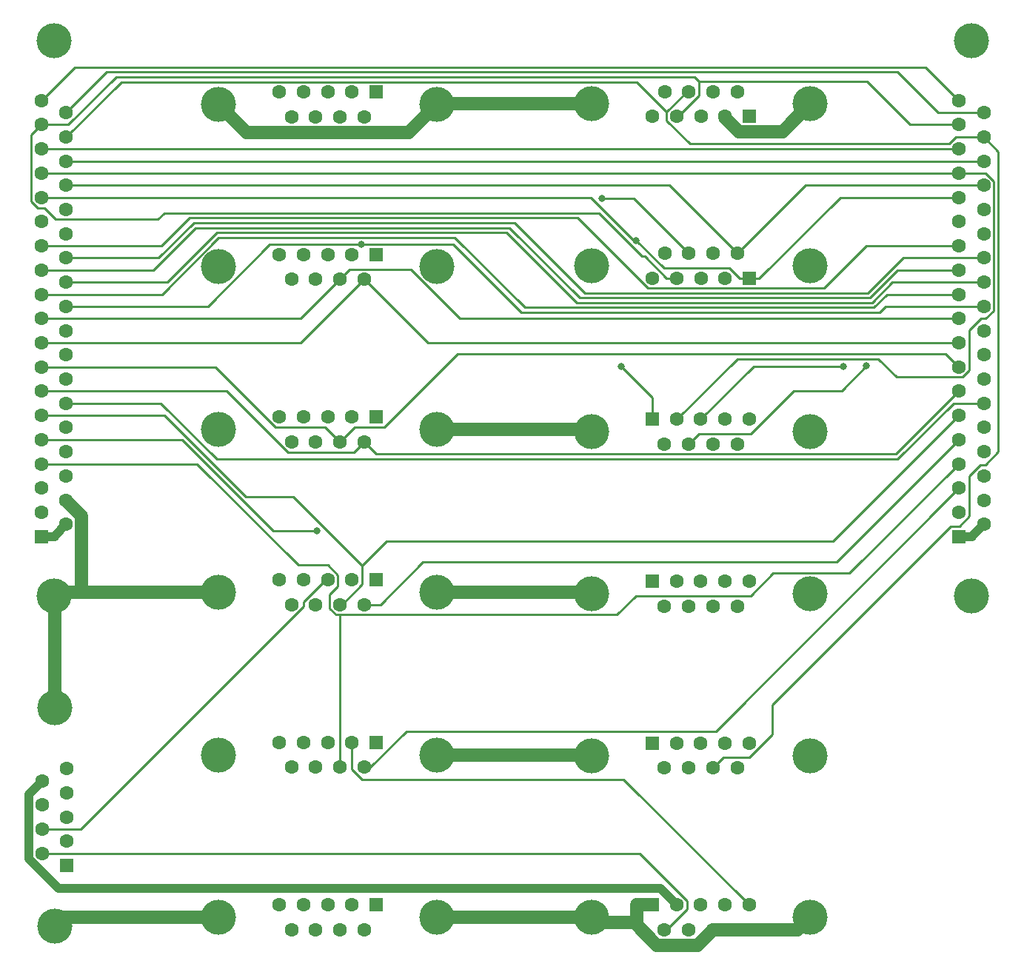
<source format=gbr>
%TF.GenerationSoftware,KiCad,Pcbnew,7.0.9*%
%TF.CreationDate,2023-12-27T22:33:40-08:00*%
%TF.ProjectId,Interconnect Board,496e7465-7263-46f6-9e6e-65637420426f,v1.1*%
%TF.SameCoordinates,Original*%
%TF.FileFunction,Copper,L1,Top*%
%TF.FilePolarity,Positive*%
%FSLAX46Y46*%
G04 Gerber Fmt 4.6, Leading zero omitted, Abs format (unit mm)*
G04 Created by KiCad (PCBNEW 7.0.9) date 2023-12-27 22:33:40*
%MOMM*%
%LPD*%
G01*
G04 APERTURE LIST*
%TA.AperFunction,ComponentPad*%
%ADD10C,4.000000*%
%TD*%
%TA.AperFunction,ComponentPad*%
%ADD11R,1.600000X1.600000*%
%TD*%
%TA.AperFunction,ComponentPad*%
%ADD12C,1.600000*%
%TD*%
%TA.AperFunction,ViaPad*%
%ADD13C,0.800000*%
%TD*%
%TA.AperFunction,Conductor*%
%ADD14C,0.250000*%
%TD*%
%TA.AperFunction,Conductor*%
%ADD15C,1.000000*%
%TD*%
%TA.AperFunction,Conductor*%
%ADD16C,1.500000*%
%TD*%
G04 APERTURE END LIST*
D10*
%TO.P,SkyView_1,0,PAD*%
%TO.N,GND*%
X174574100Y-69664800D03*
X199574100Y-69664800D03*
D11*
%TO.P,SkyView_1,1,1*%
%TO.N,/SV_Data_1A*%
X181534100Y-68244800D03*
D12*
%TO.P,SkyView_1,2,2*%
%TO.N,/SV_GND_1*%
X184304100Y-68244800D03*
%TO.P,SkyView_1,3,3*%
%TO.N,/SV_GND_2*%
X187074100Y-68244800D03*
%TO.P,SkyView_1,4,4*%
%TO.N,/SV_Data_2B*%
X189844100Y-68244800D03*
%TO.P,SkyView_1,5,5*%
%TO.N,/SV_EMS_Aux*%
X192614100Y-68244800D03*
%TO.P,SkyView_1,6,6*%
%TO.N,/SV_Data_1B*%
X182919100Y-71084800D03*
%TO.P,SkyView_1,7,7*%
%TO.N,/SV_Power_1*%
X185689100Y-71084800D03*
%TO.P,SkyView_1,8,8*%
%TO.N,/SV_Data_2A*%
X188459100Y-71084800D03*
%TO.P,SkyView_1,9,9*%
%TO.N,/SV_Power_2*%
X191229100Y-71084800D03*
%TD*%
D10*
%TO.P,Ident_&_Dimmer_Input_1,0,PAD*%
%TO.N,GND*%
X113170100Y-101237100D03*
X113170100Y-126237100D03*
D11*
%TO.P,Ident_&_Dimmer_Input_1,1,1*%
X114590100Y-119277100D03*
D12*
%TO.P,Ident_&_Dimmer_Input_1,2,2*%
%TO.N,/dimmer_output_signal*%
X114590100Y-116507100D03*
%TO.P,Ident_&_Dimmer_Input_1,3,3*%
%TO.N,unconnected-(Ident_&_Dimmer_Input_1-Pad3)*%
X114590100Y-113737100D03*
%TO.P,Ident_&_Dimmer_Input_1,4,4*%
%TO.N,/Dimmer_Signal_Input*%
X114590100Y-110967100D03*
%TO.P,Ident_&_Dimmer_Input_1,5,5*%
%TO.N,GND*%
X114590100Y-108197100D03*
%TO.P,Ident_&_Dimmer_Input_1,6,6*%
%TO.N,/XPNDR_&_IDENT_12V*%
X111750100Y-117892100D03*
%TO.P,Ident_&_Dimmer_Input_1,7,7*%
%TO.N,/Ident_SW_Input*%
X111750100Y-115122100D03*
%TO.P,Ident_&_Dimmer_Input_1,8,8*%
%TO.N,unconnected-(Ident_&_Dimmer_Input_1-Pad8)*%
X111750100Y-112352100D03*
%TO.P,Ident_&_Dimmer_Input_1,9,9*%
%TO.N,/PFD_&_Dim_12V*%
X111750100Y-109582100D03*
%TD*%
D10*
%TO.P,GPS_Serial_5,0,PAD*%
%TO.N,GND*%
X131922100Y-32212700D03*
X156922100Y-32212700D03*
D11*
%TO.P,GPS_Serial_5,1,1*%
%TO.N,/GPS_GND*%
X149962100Y-30792700D03*
D12*
%TO.P,GPS_Serial_5,2,2*%
%TO.N,/GPS_Power*%
X147192100Y-30792700D03*
%TO.P,GPS_Serial_5,3,3*%
%TO.N,unconnected-(GPS_Serial_5-Pad3)*%
X144422100Y-30792700D03*
%TO.P,GPS_Serial_5,4,4*%
%TO.N,unconnected-(GPS_Serial_5-Pad4)*%
X141652100Y-30792700D03*
%TO.P,GPS_Serial_5,5,5*%
%TO.N,unconnected-(GPS_Serial_5-Pad5)*%
X138882100Y-30792700D03*
%TO.P,GPS_Serial_5,6,6*%
%TO.N,/GPS_Serial_5_Rx*%
X148577100Y-33632700D03*
%TO.P,GPS_Serial_5,7,7*%
%TO.N,/GPS_Serial_5_Tx*%
X145807100Y-33632700D03*
%TO.P,GPS_Serial_5,8,8*%
%TO.N,unconnected-(GPS_Serial_5-Pad8)*%
X143037100Y-33632700D03*
%TO.P,GPS_Serial_5,9,9*%
%TO.N,unconnected-(GPS_Serial_5-Pad9)*%
X140267100Y-33632700D03*
%TD*%
D10*
%TO.P,XPNDR_Serial_2,0,PAD*%
%TO.N,GND*%
X131922100Y-88012700D03*
X156922100Y-88012700D03*
D11*
%TO.P,XPNDR_Serial_2,1,1*%
X149962100Y-86592700D03*
D12*
%TO.P,XPNDR_Serial_2,2,2*%
%TO.N,/XPNDR_&_IDENT_12V*%
X147192100Y-86592700D03*
%TO.P,XPNDR_Serial_2,3,3*%
%TO.N,/Ident_SW_Input*%
X144422100Y-86592700D03*
%TO.P,XPNDR_Serial_2,4,4*%
%TO.N,unconnected-(XPNDR_Serial_2-Pad4)*%
X141652100Y-86592700D03*
%TO.P,XPNDR_Serial_2,5,5*%
%TO.N,unconnected-(XPNDR_Serial_2-Pad5)*%
X138882100Y-86592700D03*
%TO.P,XPNDR_Serial_2,6,6*%
%TO.N,/XPNDR_Serial_2_Rx*%
X148577100Y-89432700D03*
%TO.P,XPNDR_Serial_2,7,7*%
%TO.N,/XPNDR_Serial_2_Tx*%
X145807100Y-89432700D03*
%TO.P,XPNDR_Serial_2,8,8*%
%TO.N,unconnected-(XPNDR_Serial_2-Pad8)*%
X143037100Y-89432700D03*
%TO.P,XPNDR_Serial_2,9,9*%
%TO.N,unconnected-(XPNDR_Serial_2-Pad9)*%
X140267100Y-89432700D03*
%TD*%
D10*
%TO.P,VPX_Serial_3,0,PAD*%
%TO.N,GND*%
X131922100Y-69412700D03*
X156922100Y-69412700D03*
D11*
%TO.P,VPX_Serial_3,1,1*%
X149962100Y-67992700D03*
D12*
%TO.P,VPX_Serial_3,2,2*%
%TO.N,unconnected-(VPX_Serial_3-Pad2)*%
X147192100Y-67992700D03*
%TO.P,VPX_Serial_3,3,3*%
%TO.N,unconnected-(VPX_Serial_3-Pad3)*%
X144422100Y-67992700D03*
%TO.P,VPX_Serial_3,4,4*%
%TO.N,unconnected-(VPX_Serial_3-Pad4)*%
X141652100Y-67992700D03*
%TO.P,VPX_Serial_3,5,5*%
%TO.N,unconnected-(VPX_Serial_3-Pad5)*%
X138882100Y-67992700D03*
%TO.P,VPX_Serial_3,6,6*%
%TO.N,/VPX_Serial_3_Rx*%
X148577100Y-70832700D03*
%TO.P,VPX_Serial_3,7,7*%
%TO.N,/VPX_Serial_3_Tx*%
X145807100Y-70832700D03*
%TO.P,VPX_Serial_3,8,8*%
%TO.N,unconnected-(VPX_Serial_3-Pad8)*%
X143037100Y-70832700D03*
%TO.P,VPX_Serial_3,9,9*%
%TO.N,unconnected-(VPX_Serial_3-Pad9)*%
X140267100Y-70832700D03*
%TD*%
D10*
%TO.P,AP_Roll_SV_Net_2,0,PAD*%
%TO.N,GND*%
X199594100Y-50689500D03*
X174594100Y-50689500D03*
D11*
%TO.P,AP_Roll_SV_Net_2,1,1*%
%TO.N,/SV_Data_1A*%
X192634100Y-52109500D03*
D12*
%TO.P,AP_Roll_SV_Net_2,2,2*%
%TO.N,GND*%
X189864100Y-52109500D03*
%TO.P,AP_Roll_SV_Net_2,3,3*%
%TO.N,unconnected-(AP_Roll_SV_Net_2-Pad3)*%
X187094100Y-52109500D03*
%TO.P,AP_Roll_SV_Net_2,4,4*%
%TO.N,/SV_Data_2B*%
X184324100Y-52109500D03*
%TO.P,AP_Roll_SV_Net_2,5,5*%
%TO.N,unconnected-(AP_Roll_SV_Net_2-Pad5)*%
X181554100Y-52109500D03*
%TO.P,AP_Roll_SV_Net_2,6,6*%
%TO.N,/SV_Data_1B*%
X191249100Y-49269500D03*
%TO.P,AP_Roll_SV_Net_2,7,7*%
%TO.N,/SV-Net_AP_12V*%
X188479100Y-49269500D03*
%TO.P,AP_Roll_SV_Net_2,8,8*%
%TO.N,/SV_Data_2A*%
X185709100Y-49269500D03*
%TO.P,AP_Roll_SV_Net_2,9,9*%
%TO.N,unconnected-(AP_Roll_SV_Net_2-Pad9)*%
X182939100Y-49269500D03*
%TD*%
D10*
%TO.P,Dimmer_&_Audio_Output_1,0,PAD*%
%TO.N,GND*%
X131922100Y-125212800D03*
X156922100Y-125212800D03*
D11*
%TO.P,Dimmer_&_Audio_Output_1,1,1*%
%TO.N,unconnected-(Dimmer_&_Audio_Output_1-Pad1)*%
X149962100Y-123792800D03*
D12*
%TO.P,Dimmer_&_Audio_Output_1,2,2*%
%TO.N,unconnected-(Dimmer_&_Audio_Output_1-Pad2)*%
X147192100Y-123792800D03*
%TO.P,Dimmer_&_Audio_Output_1,3,3*%
%TO.N,/dimmer_output_signal*%
X144422100Y-123792800D03*
%TO.P,Dimmer_&_Audio_Output_1,4,4*%
%TO.N,/R_Audio_Out_1*%
X141652100Y-123792800D03*
%TO.P,Dimmer_&_Audio_Output_1,5,5*%
%TO.N,/L_Audio_Out_1*%
X138882100Y-123792800D03*
%TO.P,Dimmer_&_Audio_Output_1,6,6*%
%TO.N,unconnected-(Dimmer_&_Audio_Output_1-Pad6)*%
X148577100Y-126632800D03*
%TO.P,Dimmer_&_Audio_Output_1,7,7*%
%TO.N,/dimmer_output_signal*%
X145807100Y-126632800D03*
%TO.P,Dimmer_&_Audio_Output_1,8,8*%
X143037100Y-126632800D03*
%TO.P,Dimmer_&_Audio_Output_1,9,9*%
%TO.N,/Audio_Out_GND*%
X140267100Y-126632800D03*
%TD*%
D10*
%TO.P,ELT_Serial_4,0,PAD*%
%TO.N,GND*%
X131922100Y-50812700D03*
X156922100Y-50812700D03*
D11*
%TO.P,ELT_Serial_4,1,1*%
X149962100Y-49392700D03*
D12*
%TO.P,ELT_Serial_4,2,2*%
%TO.N,/ELT_12V*%
X147192100Y-49392700D03*
%TO.P,ELT_Serial_4,3,3*%
%TO.N,unconnected-(ELT_Serial_4-Pad3)*%
X144422100Y-49392700D03*
%TO.P,ELT_Serial_4,4,4*%
%TO.N,unconnected-(ELT_Serial_4-Pad4)*%
X141652100Y-49392700D03*
%TO.P,ELT_Serial_4,5,5*%
%TO.N,unconnected-(ELT_Serial_4-Pad5)*%
X138882100Y-49392700D03*
%TO.P,ELT_Serial_4,6,6*%
%TO.N,/ELT_Serial_4_Rx*%
X148577100Y-52232700D03*
%TO.P,ELT_Serial_4,7,7*%
%TO.N,/ELT_Serial_4_Tx*%
X145807100Y-52232700D03*
%TO.P,ELT_Serial_4,8,8*%
%TO.N,unconnected-(ELT_Serial_4-Pad8)*%
X143037100Y-52232700D03*
%TO.P,ELT_Serial_4,9,9*%
%TO.N,unconnected-(ELT_Serial_4-Pad9)*%
X140267100Y-52232700D03*
%TD*%
D10*
%TO.P,MFD_Main_2,0,PAD*%
%TO.N,GND*%
X218002000Y-88469100D03*
X218002000Y-24969100D03*
D11*
%TO.P,MFD_Main_2,1,1*%
%TO.N,/MFD_12V*%
X216582000Y-81649100D03*
D12*
%TO.P,MFD_Main_2,2,2*%
%TO.N,unconnected-(MFD_Main_2-Pad2)*%
X216582000Y-78879100D03*
%TO.P,MFD_Main_2,3,3*%
%TO.N,/ADSB_Serial_1_Rx*%
X216582000Y-76109100D03*
%TO.P,MFD_Main_2,4,4*%
%TO.N,/ADSB_Serial_1_Tx*%
X216582000Y-73339100D03*
%TO.P,MFD_Main_2,5,5*%
%TO.N,/XPNDR_Serial_2_Rx*%
X216582000Y-70569100D03*
%TO.P,MFD_Main_2,6,6*%
%TO.N,/XPNDR_Serial_2_Tx*%
X216582000Y-67799100D03*
%TO.P,MFD_Main_2,7,7*%
%TO.N,/VPX_Serial_3_Rx*%
X216582000Y-65029100D03*
%TO.P,MFD_Main_2,8,8*%
%TO.N,/VPX_Serial_3_Tx*%
X216582000Y-62259100D03*
%TO.P,MFD_Main_2,9,9*%
%TO.N,/ELT_Serial_4_Rx*%
X216582000Y-59489100D03*
%TO.P,MFD_Main_2,10,10*%
%TO.N,/ELT_Serial_4_Tx*%
X216582000Y-56719100D03*
%TO.P,MFD_Main_2,11,11*%
%TO.N,/GPS_Serial_5_Rx*%
X216582000Y-53949100D03*
%TO.P,MFD_Main_2,12,12*%
%TO.N,/GPS_Serial_5_Tx*%
X216582000Y-51179100D03*
%TO.P,MFD_Main_2,13,13*%
%TO.N,/L_Audio_Out_1*%
X216582000Y-48409100D03*
%TO.P,MFD_Main_2,14,14*%
%TO.N,unconnected-(MFD_Main_2-Pad14)*%
X216582000Y-45639100D03*
%TO.P,MFD_Main_2,15,15*%
%TO.N,/SV_Data_1A*%
X216582000Y-42869100D03*
%TO.P,MFD_Main_2,16,16*%
%TO.N,/SV_GND_1*%
X216582000Y-40099100D03*
%TO.P,MFD_Main_2,17,17*%
%TO.N,/SV_GND_2*%
X216582000Y-37329100D03*
%TO.P,MFD_Main_2,18,18*%
%TO.N,/SV_Data_2B*%
X216582000Y-34559100D03*
%TO.P,MFD_Main_2,19,19*%
%TO.N,/SV_EMS_Aux*%
X216582000Y-31789100D03*
%TO.P,MFD_Main_2,20,20*%
%TO.N,/MFD_12V*%
X219422000Y-80264100D03*
%TO.P,MFD_Main_2,21,21*%
%TO.N,GND*%
X219422000Y-77494100D03*
%TO.P,MFD_Main_2,22,22*%
X219422000Y-74724100D03*
%TO.P,MFD_Main_2,23,23*%
%TO.N,unconnected-(MFD_Main_2-Pad23)*%
X219422000Y-71954100D03*
%TO.P,MFD_Main_2,24,24*%
%TO.N,/GPS_GND*%
X219422000Y-69184100D03*
%TO.P,MFD_Main_2,25,25*%
%TO.N,/Dimmer_Signal_Input*%
X219422000Y-66414100D03*
%TO.P,MFD_Main_2,26,26*%
%TO.N,unconnected-(MFD_Main_2-Pad26)*%
X219422000Y-63644100D03*
%TO.P,MFD_Main_2,27,27*%
%TO.N,unconnected-(MFD_Main_2-Pad27)*%
X219422000Y-60874100D03*
%TO.P,MFD_Main_2,28,28*%
%TO.N,unconnected-(MFD_Main_2-Pad28)*%
X219422000Y-58104100D03*
%TO.P,MFD_Main_2,29,29*%
%TO.N,/GPS_Power*%
X219422000Y-55334100D03*
%TO.P,MFD_Main_2,30,30*%
%TO.N,/Audio_Out_GND*%
X219422000Y-52564100D03*
%TO.P,MFD_Main_2,31,31*%
%TO.N,/R_Audio_Out_1*%
X219422000Y-49794100D03*
%TO.P,MFD_Main_2,32,32*%
%TO.N,unconnected-(MFD_Main_2-Pad32)*%
X219422000Y-47024100D03*
%TO.P,MFD_Main_2,33,33*%
%TO.N,unconnected-(MFD_Main_2-Pad33)*%
X219422000Y-44254100D03*
%TO.P,MFD_Main_2,34,34*%
%TO.N,/SV_Data_1B*%
X219422000Y-41484100D03*
%TO.P,MFD_Main_2,35,35*%
%TO.N,/SV_Power_1*%
X219422000Y-38714100D03*
%TO.P,MFD_Main_2,36,36*%
%TO.N,/SV_Data_2A*%
X219422000Y-35944100D03*
%TO.P,MFD_Main_2,37,37*%
%TO.N,/SV_Power_2*%
X219422000Y-33174100D03*
%TD*%
D10*
%TO.P,SkyView_2,0,PAD*%
%TO.N,GND*%
X174574100Y-88180800D03*
X199574100Y-88180800D03*
D11*
%TO.P,SkyView_2,1,1*%
%TO.N,/SV_Data_1A*%
X181534100Y-86760800D03*
D12*
%TO.P,SkyView_2,2,2*%
%TO.N,/SV_GND_1*%
X184304100Y-86760800D03*
%TO.P,SkyView_2,3,3*%
%TO.N,/SV_GND_2*%
X187074100Y-86760800D03*
%TO.P,SkyView_2,4,4*%
%TO.N,/SV_Data_2B*%
X189844100Y-86760800D03*
%TO.P,SkyView_2,5,5*%
%TO.N,/SV_EMS_Aux*%
X192614100Y-86760800D03*
%TO.P,SkyView_2,6,6*%
%TO.N,/SV_Data_1B*%
X182919100Y-89600800D03*
%TO.P,SkyView_2,7,7*%
%TO.N,/SV_Power_1*%
X185689100Y-89600800D03*
%TO.P,SkyView_2,8,8*%
%TO.N,/SV_Data_2A*%
X188459100Y-89600800D03*
%TO.P,SkyView_2,9,9*%
%TO.N,/SV_Power_2*%
X191229100Y-89600800D03*
%TD*%
D10*
%TO.P,PFD_Main_1,0,PAD*%
%TO.N,GND*%
X113082100Y-88469100D03*
X113082100Y-24969100D03*
D11*
%TO.P,PFD_Main_1,1,1*%
%TO.N,/PFD_&_Dim_12V*%
X111662100Y-81649100D03*
D12*
%TO.P,PFD_Main_1,2,2*%
%TO.N,unconnected-(PFD_Main_1-Pad2)*%
X111662100Y-78879100D03*
%TO.P,PFD_Main_1,3,3*%
%TO.N,/ADSB_Serial_1_Rx*%
X111662100Y-76109100D03*
%TO.P,PFD_Main_1,4,4*%
%TO.N,/ADSB_Serial_1_Tx*%
X111662100Y-73339100D03*
%TO.P,PFD_Main_1,5,5*%
%TO.N,/XPNDR_Serial_2_Rx*%
X111662100Y-70569100D03*
%TO.P,PFD_Main_1,6,6*%
%TO.N,/XPNDR_Serial_2_Tx*%
X111662100Y-67799100D03*
%TO.P,PFD_Main_1,7,7*%
%TO.N,/VPX_Serial_3_Rx*%
X111662100Y-65029100D03*
%TO.P,PFD_Main_1,8,8*%
%TO.N,/VPX_Serial_3_Tx*%
X111662100Y-62259100D03*
%TO.P,PFD_Main_1,9,9*%
%TO.N,/ELT_Serial_4_Rx*%
X111662100Y-59489100D03*
%TO.P,PFD_Main_1,10,10*%
%TO.N,/ELT_Serial_4_Tx*%
X111662100Y-56719100D03*
%TO.P,PFD_Main_1,11,11*%
%TO.N,/GPS_Serial_5_Rx*%
X111662100Y-53949100D03*
%TO.P,PFD_Main_1,12,12*%
%TO.N,/GPS_Serial_5_Tx*%
X111662100Y-51179100D03*
%TO.P,PFD_Main_1,13,13*%
%TO.N,/L_Audio_Out_1*%
X111662100Y-48409100D03*
%TO.P,PFD_Main_1,14,14*%
%TO.N,unconnected-(PFD_Main_1-Pad14)*%
X111662100Y-45639100D03*
%TO.P,PFD_Main_1,15,15*%
%TO.N,/SV_Data_1A*%
X111662100Y-42869100D03*
%TO.P,PFD_Main_1,16,16*%
%TO.N,/SV_GND_1*%
X111662100Y-40099100D03*
%TO.P,PFD_Main_1,17,17*%
%TO.N,/SV_GND_2*%
X111662100Y-37329100D03*
%TO.P,PFD_Main_1,18,18*%
%TO.N,/SV_Data_2B*%
X111662100Y-34559100D03*
%TO.P,PFD_Main_1,19,19*%
%TO.N,/SV_EMS_Aux*%
X111662100Y-31789100D03*
%TO.P,PFD_Main_1,20,20*%
%TO.N,/PFD_&_Dim_12V*%
X114502100Y-80264100D03*
%TO.P,PFD_Main_1,21,21*%
%TO.N,GND*%
X114502100Y-77494100D03*
%TO.P,PFD_Main_1,22,22*%
X114502100Y-74724100D03*
%TO.P,PFD_Main_1,23,23*%
%TO.N,unconnected-(PFD_Main_1-Pad23)*%
X114502100Y-71954100D03*
%TO.P,PFD_Main_1,24,24*%
%TO.N,/GPS_GND*%
X114502100Y-69184100D03*
%TO.P,PFD_Main_1,25,25*%
%TO.N,/Dimmer_Signal_Input*%
X114502100Y-66414100D03*
%TO.P,PFD_Main_1,26,26*%
%TO.N,/dimmer_output_signal*%
X114502100Y-63644100D03*
%TO.P,PFD_Main_1,27,27*%
%TO.N,unconnected-(PFD_Main_1-Pad27)*%
X114502100Y-60874100D03*
%TO.P,PFD_Main_1,28,28*%
%TO.N,unconnected-(PFD_Main_1-Pad28)*%
X114502100Y-58104100D03*
%TO.P,PFD_Main_1,29,29*%
%TO.N,/GPS_Power*%
X114502100Y-55334100D03*
%TO.P,PFD_Main_1,30,30*%
%TO.N,/Audio_Out_GND*%
X114502100Y-52564100D03*
%TO.P,PFD_Main_1,31,31*%
%TO.N,/R_Audio_Out_1*%
X114502100Y-49794100D03*
%TO.P,PFD_Main_1,32,32*%
%TO.N,unconnected-(PFD_Main_1-Pad32)*%
X114502100Y-47024100D03*
%TO.P,PFD_Main_1,33,33*%
%TO.N,unconnected-(PFD_Main_1-Pad33)*%
X114502100Y-44254100D03*
%TO.P,PFD_Main_1,34,34*%
%TO.N,/SV_Data_1B*%
X114502100Y-41484100D03*
%TO.P,PFD_Main_1,35,35*%
%TO.N,/SV_Power_1*%
X114502100Y-38714100D03*
%TO.P,PFD_Main_1,36,36*%
%TO.N,/SV_Data_2A*%
X114502100Y-35944100D03*
%TO.P,PFD_Main_1,37,37*%
%TO.N,/SV_Power_2*%
X114502100Y-33174100D03*
%TD*%
D10*
%TO.P,ADSB_Serial_1,0,PAD*%
%TO.N,GND*%
X131922100Y-106612800D03*
X156922100Y-106612800D03*
D11*
%TO.P,ADSB_Serial_1,1,1*%
X149962100Y-105192800D03*
D12*
%TO.P,ADSB_Serial_1,2,2*%
%TO.N,/ADSB_12V*%
X147192100Y-105192800D03*
%TO.P,ADSB_Serial_1,3,3*%
%TO.N,unconnected-(ADSB_Serial_1-Pad3)*%
X144422100Y-105192800D03*
%TO.P,ADSB_Serial_1,4,4*%
%TO.N,unconnected-(ADSB_Serial_1-Pad4)*%
X141652100Y-105192800D03*
%TO.P,ADSB_Serial_1,5,5*%
%TO.N,unconnected-(ADSB_Serial_1-Pad5)*%
X138882100Y-105192800D03*
%TO.P,ADSB_Serial_1,6,6*%
%TO.N,/ADSB_Serial_1_Rx*%
X148577100Y-108032800D03*
%TO.P,ADSB_Serial_1,7,7*%
%TO.N,/ADSB_Serial_1_Tx*%
X145807100Y-108032800D03*
%TO.P,ADSB_Serial_1,8,8*%
%TO.N,unconnected-(ADSB_Serial_1-Pad8)*%
X143037100Y-108032800D03*
%TO.P,ADSB_Serial_1,9,9*%
%TO.N,unconnected-(ADSB_Serial_1-Pad9)*%
X140267100Y-108032800D03*
%TD*%
D10*
%TO.P,SkyView_3,0,PAD*%
%TO.N,GND*%
X174574100Y-106696800D03*
X199574100Y-106696800D03*
D11*
%TO.P,SkyView_3,1,1*%
%TO.N,/SV_Data_1A*%
X181534100Y-105276800D03*
D12*
%TO.P,SkyView_3,2,2*%
%TO.N,/SV_GND_1*%
X184304100Y-105276800D03*
%TO.P,SkyView_3,3,3*%
%TO.N,/SV_GND_2*%
X187074100Y-105276800D03*
%TO.P,SkyView_3,4,4*%
%TO.N,/SV_Data_2B*%
X189844100Y-105276800D03*
%TO.P,SkyView_3,5,5*%
%TO.N,/SV_EMS_Aux*%
X192614100Y-105276800D03*
%TO.P,SkyView_3,6,6*%
%TO.N,/SV_Data_1B*%
X182919100Y-108116800D03*
%TO.P,SkyView_3,7,7*%
%TO.N,/SV_Power_1*%
X185689100Y-108116800D03*
%TO.P,SkyView_3,8,8*%
%TO.N,/SV_Data_2A*%
X188459100Y-108116800D03*
%TO.P,SkyView_3,9,9*%
%TO.N,/SV_Power_2*%
X191229100Y-108116800D03*
%TD*%
D10*
%TO.P,AP_Pitch_SV_Net_1,0,PAD*%
%TO.N,GND*%
X199594100Y-32173500D03*
X174594100Y-32173500D03*
D11*
%TO.P,AP_Pitch_SV_Net_1,1,1*%
%TO.N,/SV_Data_1A*%
X192634100Y-33593500D03*
D12*
%TO.P,AP_Pitch_SV_Net_1,2,2*%
%TO.N,GND*%
X189864100Y-33593500D03*
%TO.P,AP_Pitch_SV_Net_1,3,3*%
%TO.N,unconnected-(AP_Pitch_SV_Net_1-Pad3)*%
X187094100Y-33593500D03*
%TO.P,AP_Pitch_SV_Net_1,4,4*%
%TO.N,/SV_Data_2B*%
X184324100Y-33593500D03*
%TO.P,AP_Pitch_SV_Net_1,5,5*%
%TO.N,unconnected-(AP_Pitch_SV_Net_1-Pad5)*%
X181554100Y-33593500D03*
%TO.P,AP_Pitch_SV_Net_1,6,6*%
%TO.N,/SV_Data_1B*%
X191249100Y-30753500D03*
%TO.P,AP_Pitch_SV_Net_1,7,7*%
%TO.N,/SV-Net_AP_12V*%
X188479100Y-30753500D03*
%TO.P,AP_Pitch_SV_Net_1,8,8*%
%TO.N,/SV_Data_2A*%
X185709100Y-30753500D03*
%TO.P,AP_Pitch_SV_Net_1,9,9*%
%TO.N,unconnected-(AP_Pitch_SV_Net_1-Pad9)*%
X182939100Y-30753500D03*
%TD*%
%TO.P,Power_Input_1,9,9*%
%TO.N,GND*%
X191229100Y-126632800D03*
%TO.P,Power_Input_1,8,8*%
X188459100Y-126632800D03*
%TO.P,Power_Input_1,7,7*%
%TO.N,/ELT_12V*%
X185689100Y-126632800D03*
%TO.P,Power_Input_1,6,6*%
%TO.N,/XPNDR_&_IDENT_12V*%
X182919100Y-126632800D03*
%TO.P,Power_Input_1,5,5*%
%TO.N,/ADSB_12V*%
X192614100Y-123792800D03*
%TO.P,Power_Input_1,4,4*%
%TO.N,/SV-Net_AP_12V*%
X189844100Y-123792800D03*
%TO.P,Power_Input_1,3,3*%
%TO.N,/MFD_12V*%
X187074100Y-123792800D03*
%TO.P,Power_Input_1,2,2*%
%TO.N,/PFD_&_Dim_12V*%
X184304100Y-123792800D03*
D11*
%TO.P,Power_Input_1,1,1*%
%TO.N,GND*%
X181534100Y-123792800D03*
D10*
%TO.P,Power_Input_1,0,PAD*%
X199574100Y-125212800D03*
X174574100Y-125212800D03*
%TD*%
D13*
%TO.N,/SV_Data_2A*%
X175801900Y-42964400D03*
%TO.N,/SV_Power_1*%
X206037800Y-62150400D03*
%TO.N,/SV_GND_2*%
X203391400Y-62163600D03*
%TO.N,/SV_Data_1A*%
X177977800Y-62242700D03*
X179694300Y-47767400D03*
%TO.N,/GPS_Power*%
X148235300Y-48267200D03*
%TO.N,/XPNDR_Serial_2_Rx*%
X143199500Y-81004200D03*
%TD*%
D14*
%TO.N,/Ident_SW_Input*%
X116205900Y-115122100D02*
X111750100Y-115122100D01*
X141652100Y-89146600D02*
X141652100Y-89675900D01*
X141652100Y-89675900D02*
X116205900Y-115122100D01*
X144206000Y-86592700D02*
X141652100Y-89146600D01*
X144422100Y-86592700D02*
X144206000Y-86592700D01*
%TO.N,/XPNDR_&_IDENT_12V*%
X180049500Y-117892100D02*
X111750100Y-117892100D01*
X185469600Y-123312200D02*
X180049500Y-117892100D01*
X185469600Y-124298400D02*
X185469600Y-123312200D01*
X183135200Y-126632800D02*
X185469600Y-124298400D01*
X182919100Y-126632800D02*
X183135200Y-126632800D01*
D15*
%TO.N,/PFD_&_Dim_12V*%
X113164000Y-81602200D02*
X113164000Y-81649100D01*
X114502100Y-80264100D02*
X113164000Y-81602200D01*
X111662100Y-81649100D02*
X113164000Y-81649100D01*
X110225500Y-111106700D02*
X111750100Y-109582100D01*
X110225500Y-118525200D02*
X110225500Y-111106700D01*
X113626400Y-121926100D02*
X110225500Y-118525200D01*
X182437400Y-121926100D02*
X113626400Y-121926100D01*
X184304100Y-123792800D02*
X182437400Y-121926100D01*
D16*
%TO.N,GND*%
X198154100Y-126632800D02*
X191229100Y-126632800D01*
X199574100Y-125212800D02*
X198154100Y-126632800D01*
X156961300Y-32173500D02*
X156922100Y-32212700D01*
X174594100Y-32173500D02*
X156961300Y-32173500D01*
X114194400Y-125212800D02*
X113170100Y-126237100D01*
X131922100Y-125212800D02*
X114194400Y-125212800D01*
X174322000Y-69412700D02*
X174574100Y-69664800D01*
X156922100Y-69412700D02*
X174322000Y-69412700D01*
X174490100Y-106612800D02*
X174574100Y-106696800D01*
X156922100Y-106612800D02*
X174490100Y-106612800D01*
X153713300Y-35421500D02*
X156922100Y-32212700D01*
X135130900Y-35421500D02*
X153713300Y-35421500D01*
X131922100Y-32212700D02*
X135130900Y-35421500D01*
X188459100Y-126632800D02*
X191229100Y-126632800D01*
X174406000Y-88012700D02*
X174574100Y-88180800D01*
X156922100Y-88012700D02*
X174406000Y-88012700D01*
X174574100Y-125212800D02*
X156922100Y-125212800D01*
X196421400Y-35346200D02*
X199594100Y-32173500D01*
X191440600Y-35346200D02*
X196421400Y-35346200D01*
X189864200Y-33769800D02*
X191440600Y-35346200D01*
X189864200Y-33593500D02*
X189864200Y-33769800D01*
X189864100Y-33593500D02*
X189864200Y-33593500D01*
X113082100Y-88469100D02*
X113170100Y-88469100D01*
X113170100Y-88469100D02*
X113170100Y-101237100D01*
X116288400Y-79280400D02*
X116288400Y-88012700D01*
X114502100Y-77494100D02*
X116288400Y-79280400D01*
X131922100Y-88012700D02*
X116288400Y-88012700D01*
X113626500Y-88012700D02*
X113170100Y-88469100D01*
X116288400Y-88012700D02*
X113626500Y-88012700D01*
X182076100Y-128393900D02*
X179504600Y-125822300D01*
X186698000Y-128393900D02*
X182076100Y-128393900D01*
X188459100Y-126632800D02*
X186698000Y-128393900D01*
X179504500Y-125822400D02*
X179504600Y-125822300D01*
X175183700Y-125822400D02*
X179504500Y-125822400D01*
X174574100Y-125212800D02*
X175183700Y-125822400D01*
X179782200Y-125544700D02*
X179782200Y-123792800D01*
X179504600Y-125822300D02*
X179782200Y-125544700D01*
X181534100Y-123792800D02*
X179782200Y-123792800D01*
D14*
%TO.N,/ADSB_12V*%
X147192100Y-108245200D02*
X147192100Y-105192800D01*
X148366000Y-109419100D02*
X147192100Y-108245200D01*
X178240400Y-109419100D02*
X148366000Y-109419100D01*
X192614100Y-123792800D02*
X178240400Y-109419100D01*
D15*
%TO.N,/MFD_12V*%
X218083900Y-81602200D02*
X218083900Y-81649100D01*
X219422000Y-80264100D02*
X218083900Y-81602200D01*
X216582000Y-81649100D02*
X218083900Y-81649100D01*
D14*
%TO.N,/SV_Power_2*%
X214180300Y-33174100D02*
X219422000Y-33174100D01*
X209552100Y-28545900D02*
X214180300Y-33174100D01*
X119130300Y-28545900D02*
X209552100Y-28545900D01*
X114502100Y-33174100D02*
X119130300Y-28545900D01*
%TO.N,/SV_Data_2A*%
X179752600Y-29665800D02*
X183162000Y-33075200D01*
X120780400Y-29665800D02*
X179752600Y-29665800D01*
X114502100Y-35944100D02*
X120780400Y-29665800D01*
X185483700Y-30753500D02*
X185709100Y-30753500D01*
X183162000Y-33075200D02*
X185483700Y-30753500D01*
X216239600Y-35944100D02*
X219422000Y-35944100D01*
X215460500Y-36723200D02*
X216239600Y-35944100D01*
X185831200Y-36723200D02*
X215460500Y-36723200D01*
X183162000Y-34054000D02*
X185831200Y-36723200D01*
X183162000Y-33075200D02*
X183162000Y-34054000D01*
X221108000Y-37630100D02*
X219422000Y-35944100D01*
X221108000Y-71939800D02*
X221108000Y-37630100D01*
X219590200Y-73457600D02*
X221108000Y-71939800D01*
X219060600Y-73457600D02*
X219590200Y-73457600D01*
X217775900Y-74742300D02*
X219060600Y-73457600D01*
X217775900Y-79346800D02*
X217775900Y-74742300D01*
X216664000Y-80458700D02*
X217775900Y-79346800D01*
X215683000Y-80458700D02*
X216664000Y-80458700D01*
X195245100Y-100896600D02*
X215683000Y-80458700D01*
X195245100Y-104273900D02*
X195245100Y-100896600D01*
X192596000Y-106923000D02*
X195245100Y-104273900D01*
X189652900Y-106923000D02*
X192596000Y-106923000D01*
X188459100Y-108116800D02*
X189652900Y-106923000D01*
X179404000Y-42964400D02*
X175801900Y-42964400D01*
X185709100Y-49269500D02*
X179404000Y-42964400D01*
%TO.N,/SV_Power_1*%
X114502100Y-38714100D02*
X219422000Y-38714100D01*
X186882900Y-69891000D02*
X185689100Y-71084800D01*
X192805600Y-69891000D02*
X186882900Y-69891000D01*
X197673500Y-65023100D02*
X192805600Y-69891000D01*
X203165100Y-65023100D02*
X197673500Y-65023100D01*
X206037800Y-62150400D02*
X203165100Y-65023100D01*
%TO.N,/SV_Data_1B*%
X183463700Y-41484100D02*
X191249100Y-49269500D01*
X114502100Y-41484100D02*
X183463700Y-41484100D01*
X199034500Y-41484100D02*
X191249100Y-49269500D01*
X219422000Y-41484100D02*
X199034500Y-41484100D01*
%TO.N,/GPS_Serial_5_Rx*%
X208376000Y-53949100D02*
X216582000Y-53949100D01*
X206875400Y-55449700D02*
X208376000Y-53949100D01*
X166952900Y-55449700D02*
X206875400Y-55449700D01*
X158943600Y-47440400D02*
X166952900Y-55449700D01*
X131950200Y-47440400D02*
X158943600Y-47440400D01*
X125441500Y-53949100D02*
X131950200Y-47440400D01*
X111662100Y-53949100D02*
X125441500Y-53949100D01*
%TO.N,/SV_EMS_Aux*%
X115459400Y-27991800D02*
X111662100Y-31789100D01*
X212784700Y-27991800D02*
X115459400Y-27991800D01*
X216582000Y-31789100D02*
X212784700Y-27991800D01*
%TO.N,/SV_Data_2B*%
X186877400Y-31192900D02*
X186877400Y-29605200D01*
X184476800Y-33593500D02*
X186877400Y-31192900D01*
X184324100Y-33593500D02*
X184476800Y-33593500D01*
X183172200Y-52109500D02*
X184324100Y-52109500D01*
X180671300Y-49608600D02*
X183172200Y-52109500D01*
X180366200Y-49608600D02*
X180671300Y-49608600D01*
X175410200Y-44652600D02*
X180366200Y-49608600D01*
X125692500Y-44652600D02*
X175410200Y-44652600D01*
X124950500Y-45394600D02*
X125692500Y-44652600D01*
X113323400Y-45394600D02*
X124950500Y-45394600D01*
X111988200Y-44059400D02*
X113323400Y-45394600D01*
X111258800Y-44059400D02*
X111988200Y-44059400D01*
X110512000Y-43312600D02*
X111258800Y-44059400D01*
X110512000Y-35709200D02*
X110512000Y-43312600D01*
X111662100Y-34559100D02*
X110512000Y-35709200D01*
X186372200Y-29100000D02*
X186877400Y-29605200D01*
X120189800Y-29100000D02*
X186372200Y-29100000D01*
X114730700Y-34559100D02*
X120189800Y-29100000D01*
X111662100Y-34559100D02*
X114730700Y-34559100D01*
X211013600Y-34559100D02*
X216582000Y-34559100D01*
X206059700Y-29605200D02*
X211013600Y-34559100D01*
X186877400Y-29605200D02*
X206059700Y-29605200D01*
%TO.N,/SV_GND_2*%
X193155300Y-62163600D02*
X187074100Y-68244800D01*
X203391400Y-62163600D02*
X193155300Y-62163600D01*
X111662100Y-37329100D02*
X216582000Y-37329100D01*
%TO.N,/SV_GND_1*%
X111662100Y-40099100D02*
X216582000Y-40099100D01*
X191225200Y-61323700D02*
X184304100Y-68244800D01*
X207355700Y-61323700D02*
X191225200Y-61323700D01*
X209440900Y-63408900D02*
X207355700Y-61323700D01*
X217031100Y-63408900D02*
X209440900Y-63408900D01*
X217775900Y-62664100D02*
X217031100Y-63408900D01*
X217775900Y-58085000D02*
X217775900Y-62664100D01*
X219141800Y-56719100D02*
X217775900Y-58085000D01*
X219659300Y-56719100D02*
X219141800Y-56719100D01*
X220551900Y-55826500D02*
X219659300Y-56719100D01*
X220551900Y-41008100D02*
X220551900Y-55826500D01*
X219642900Y-40099100D02*
X220551900Y-41008100D01*
X216582000Y-40099100D02*
X219642900Y-40099100D01*
%TO.N,/SV_Data_1A*%
X181534100Y-65799000D02*
X181534100Y-68244800D01*
X177977800Y-62242700D02*
X181534100Y-65799000D01*
X192634100Y-52109500D02*
X191507200Y-52109500D01*
X203001400Y-42869100D02*
X193761000Y-52109500D01*
X216582000Y-42869100D02*
X203001400Y-42869100D01*
X192634100Y-52109500D02*
X193761000Y-52109500D01*
X179435800Y-47767400D02*
X179694300Y-47767400D01*
X174537500Y-42869100D02*
X179435800Y-47767400D01*
X111662100Y-42869100D02*
X174537500Y-42869100D01*
X182841100Y-50914200D02*
X179694300Y-47767400D01*
X190311900Y-50914200D02*
X182841100Y-50914200D01*
X191507200Y-52109500D02*
X190311900Y-50914200D01*
%TO.N,/GPS_Serial_5_Tx*%
X209585400Y-51179100D02*
X216582000Y-51179100D01*
X206418200Y-54346300D02*
X209585400Y-51179100D01*
X173205500Y-54346300D02*
X206418200Y-54346300D01*
X165196200Y-46337000D02*
X173205500Y-54346300D01*
X129296900Y-46337000D02*
X165196200Y-46337000D01*
X124454800Y-51179100D02*
X129296900Y-46337000D01*
X111662100Y-51179100D02*
X124454800Y-51179100D01*
%TO.N,/GPS_Power*%
X137759900Y-48265700D02*
X148235300Y-48265700D01*
X130691500Y-55334100D02*
X137759900Y-48265700D01*
X114502100Y-55334100D02*
X130691500Y-55334100D01*
X148235300Y-48265700D02*
X148235300Y-48267200D01*
X208162400Y-55334100D02*
X219422000Y-55334100D01*
X207493600Y-56002900D02*
X208162400Y-55334100D01*
X166521800Y-56002900D02*
X207493600Y-56002900D01*
X158784600Y-48265700D02*
X166521800Y-56002900D01*
X148235300Y-48265700D02*
X158784600Y-48265700D01*
%TO.N,/ELT_Serial_4_Tx*%
X141320700Y-56719100D02*
X111662100Y-56719100D01*
X145807100Y-52232700D02*
X141320700Y-56719100D01*
X159537800Y-56719100D02*
X216582000Y-56719100D01*
X153923800Y-51105100D02*
X159537800Y-56719100D01*
X146934700Y-51105100D02*
X153923800Y-51105100D01*
X145807100Y-52232700D02*
X146934700Y-51105100D01*
%TO.N,/ELT_Serial_4_Rx*%
X155833500Y-59489100D02*
X148577100Y-52232700D01*
X216582000Y-59489100D02*
X155833500Y-59489100D01*
X141320700Y-59489100D02*
X148577100Y-52232700D01*
X111662100Y-59489100D02*
X141320700Y-59489100D01*
%TO.N,/VPX_Serial_3_Tx*%
X144094000Y-69119600D02*
X145807100Y-70832700D01*
X138415400Y-69119600D02*
X144094000Y-69119600D01*
X131554900Y-62259100D02*
X138415400Y-69119600D01*
X111662100Y-62259100D02*
X131554900Y-62259100D01*
X147520200Y-69119600D02*
X145807100Y-70832700D01*
X150897500Y-69119600D02*
X147520200Y-69119600D01*
X159245100Y-60772000D02*
X150897500Y-69119600D01*
X215094900Y-60772000D02*
X159245100Y-60772000D01*
X216582000Y-62259100D02*
X215094900Y-60772000D01*
%TO.N,/VPX_Serial_3_Rx*%
X147416300Y-71993500D02*
X148577100Y-70832700D01*
X139834300Y-71993500D02*
X147416300Y-71993500D01*
X132869900Y-65029100D02*
X139834300Y-71993500D01*
X111662100Y-65029100D02*
X132869900Y-65029100D01*
X209377300Y-72233800D02*
X216582000Y-65029100D01*
X149978200Y-72233800D02*
X209377300Y-72233800D01*
X148577100Y-70832700D02*
X149978200Y-72233800D01*
%TO.N,/XPNDR_Serial_2_Tx*%
X151174100Y-82180800D02*
X148374300Y-84980600D01*
X202200300Y-82180800D02*
X151174100Y-82180800D01*
X216582000Y-67799100D02*
X202200300Y-82180800D01*
X140501900Y-77108200D02*
X148374300Y-84980600D01*
X135060000Y-77108200D02*
X140501900Y-77108200D01*
X125750900Y-67799100D02*
X135060000Y-77108200D01*
X111662100Y-67799100D02*
X125750900Y-67799100D01*
X146032500Y-89432700D02*
X145807100Y-89432700D01*
X148374300Y-87090900D02*
X146032500Y-89432700D01*
X148374300Y-84980600D02*
X148374300Y-87090900D01*
%TO.N,/XPNDR_Serial_2_Rx*%
X150415000Y-89432700D02*
X148577100Y-89432700D01*
X155276000Y-84571700D02*
X150415000Y-89432700D01*
X202579400Y-84571700D02*
X155276000Y-84571700D01*
X216582000Y-70569100D02*
X202579400Y-84571700D01*
X138175600Y-81004200D02*
X143199500Y-81004200D01*
X127740500Y-70569100D02*
X138175600Y-81004200D01*
X111662100Y-70569100D02*
X127740500Y-70569100D01*
%TO.N,/ADSB_Serial_1_Tx*%
X145807100Y-90605700D02*
X145807100Y-108032800D01*
X177456000Y-90605700D02*
X145807100Y-90605700D01*
X179631900Y-88429800D02*
X177456000Y-90605700D01*
X192782800Y-88429800D02*
X179631900Y-88429800D01*
X195358700Y-85853900D02*
X192782800Y-88429800D01*
X204067200Y-85853900D02*
X195358700Y-85853900D01*
X216582000Y-73339100D02*
X204067200Y-85853900D01*
X129500800Y-73339100D02*
X111662100Y-73339100D01*
X141072200Y-84910500D02*
X129500800Y-73339100D01*
X144404200Y-84910500D02*
X141072200Y-84910500D01*
X145584200Y-86090500D02*
X144404200Y-84910500D01*
X145584200Y-87336400D02*
X145584200Y-86090500D01*
X144640000Y-88280600D02*
X145584200Y-87336400D01*
X144640000Y-89876400D02*
X144640000Y-88280600D01*
X145369300Y-90605700D02*
X144640000Y-89876400D01*
X145807100Y-90605700D02*
X145369300Y-90605700D01*
%TO.N,/ADSB_Serial_1_Rx*%
X188787600Y-103903500D02*
X216582000Y-76109100D01*
X153390400Y-103903500D02*
X188787600Y-103903500D01*
X149261100Y-108032800D02*
X153390400Y-103903500D01*
X148577100Y-108032800D02*
X149261100Y-108032800D01*
%TO.N,/Audio_Out_GND*%
X208980700Y-52564100D02*
X219422000Y-52564100D01*
X206646800Y-54898000D02*
X208980700Y-52564100D01*
X172862000Y-54898000D02*
X206646800Y-54898000D01*
X164852700Y-46888700D02*
X172862000Y-54898000D01*
X131721500Y-46888700D02*
X164852700Y-46888700D01*
X126046100Y-52564100D02*
X131721500Y-46888700D01*
X114502100Y-52564100D02*
X126046100Y-52564100D01*
%TO.N,/L_Audio_Out_1*%
X206007300Y-48409100D02*
X216582000Y-48409100D01*
X201180000Y-53236400D02*
X206007300Y-48409100D01*
X180992600Y-53236400D02*
X201180000Y-53236400D01*
X172960500Y-45204300D02*
X180992600Y-53236400D01*
X128596400Y-45204300D02*
X172960500Y-45204300D01*
X125391600Y-48409100D02*
X128596400Y-45204300D01*
X111662100Y-48409100D02*
X125391600Y-48409100D01*
%TO.N,/R_Audio_Out_1*%
X125059500Y-49794100D02*
X114502100Y-49794100D01*
X129097600Y-45756000D02*
X125059500Y-49794100D01*
X165744600Y-45756000D02*
X129097600Y-45756000D01*
X173781700Y-53793100D02*
X165744600Y-45756000D01*
X206191100Y-53793100D02*
X173781700Y-53793100D01*
X210190100Y-49794100D02*
X206191100Y-53793100D01*
X219422000Y-49794100D02*
X210190100Y-49794100D01*
%TO.N,/Dimmer_Signal_Input*%
X215977300Y-66414100D02*
X219422000Y-66414100D01*
X209582200Y-72809200D02*
X215977300Y-66414100D01*
X131715400Y-72809200D02*
X209582200Y-72809200D01*
X125320300Y-66414100D02*
X131715400Y-72809200D01*
X114502100Y-66414100D02*
X125320300Y-66414100D01*
%TD*%
M02*

</source>
